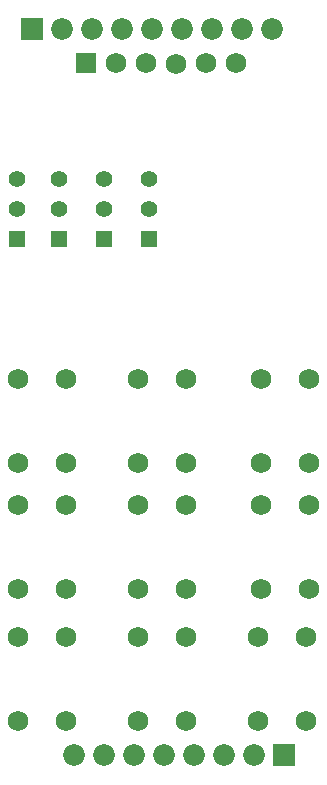
<source format=gts>
G04 ---------------------------- Layer name :TOP SOLDER LAYER*
G04 EasyEDA v5.8.20, Mon, 19 Nov 2018 02:26:46 GMT*
G04 9078f91518dc4e9cb65967eac6ea11d3*
G04 Gerber Generator version 0.2*
G04 Scale: 100 percent, Rotated: No, Reflected: No *
G04 Dimensions in inches *
G04 leading zeros omitted , absolute positions ,2 integer and 4 decimal *
%FSLAX24Y24*%
%MOIN*%
G90*
G70D02*

%ADD19R,0.072300X0.072300*%
%ADD20C,0.072300*%
%ADD21R,0.055200X0.055200*%
%ADD22C,0.055200*%
%ADD23C,0.068000*%
%ADD24R,0.068000X0.068000*%

%LPD*%
G54D19*
G01X10000Y1450D03*
G54D20*
G01X9000Y1450D03*
G01X8000Y1450D03*
G01X7000Y1450D03*
G01X6000Y1450D03*
G01X5000Y1450D03*
G01X4000Y1450D03*
G01X3000Y1450D03*
G54D21*
G01X1100Y18650D03*
G54D22*
G01X1100Y19650D03*
G01X1100Y20650D03*
G54D21*
G01X2500Y18650D03*
G54D22*
G01X2500Y19650D03*
G01X2500Y20650D03*
G54D21*
G01X4000Y18650D03*
G54D22*
G01X4000Y19650D03*
G01X4000Y20650D03*
G54D21*
G01X5500Y18650D03*
G54D22*
G01X5500Y19650D03*
G01X5500Y20650D03*
G54D23*
G01X1134Y11201D03*
G01X1134Y14001D03*
G01X2734Y11201D03*
G01X2734Y14001D03*
G01X9234Y11201D03*
G01X9234Y14001D03*
G01X10834Y11201D03*
G01X10834Y14001D03*
G01X1134Y7001D03*
G01X1134Y9801D03*
G01X2734Y7001D03*
G01X2734Y9801D03*
G01X9234Y7001D03*
G01X9234Y9801D03*
G01X10834Y7001D03*
G01X10834Y9801D03*
G01X1134Y2601D03*
G01X1134Y5401D03*
G01X2734Y2601D03*
G01X2734Y5401D03*
G01X9134Y2601D03*
G01X9134Y5401D03*
G01X10734Y2601D03*
G01X10734Y5401D03*
G01X5134Y11201D03*
G01X5134Y14001D03*
G01X6734Y11201D03*
G01X6734Y14001D03*
G01X5134Y7001D03*
G01X5134Y9801D03*
G01X6734Y7001D03*
G01X6734Y9801D03*
G01X5134Y2601D03*
G01X5134Y5401D03*
G01X6734Y2601D03*
G01X6734Y5401D03*
G54D19*
G01X1600Y25650D03*
G54D20*
G01X2600Y25650D03*
G01X3600Y25650D03*
G01X4600Y25650D03*
G01X5600Y25650D03*
G01X6600Y25650D03*
G01X7600Y25650D03*
G01X8600Y25650D03*
G01X9600Y25650D03*
G54D23*
G01X5400Y24528D03*
G01X7400Y24528D03*
G54D24*
G01X3393Y24536D03*
G54D23*
G01X4393Y24536D03*
G01X6397Y24513D03*
G01X8406Y24532D03*
M00*
M02*

</source>
